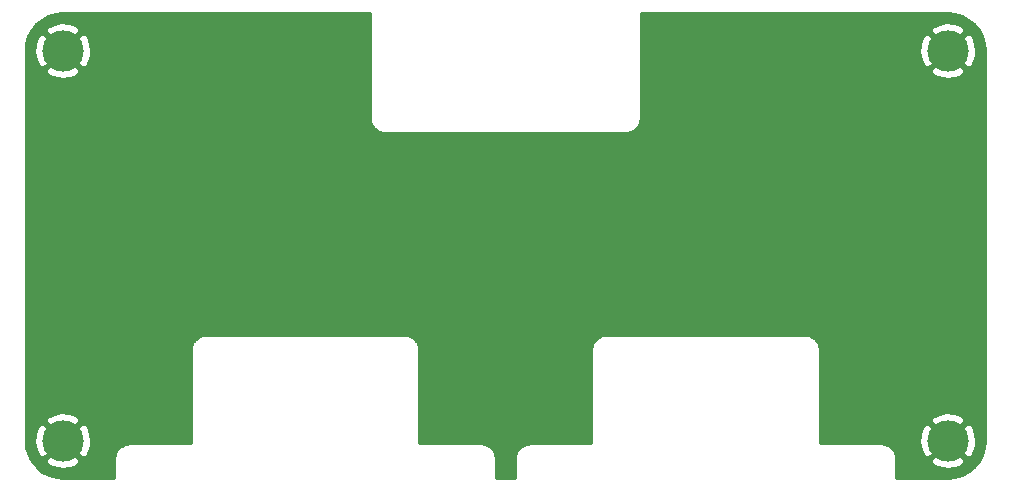
<source format=gbl>
%TF.GenerationSoftware,KiCad,Pcbnew,(5.1.8)-1*%
%TF.CreationDate,2021-01-11T00:39:06+01:00*%
%TF.ProjectId,CPC464 Splitter Faceplate A1,43504334-3634-4205-9370-6c6974746572,rev?*%
%TF.SameCoordinates,Original*%
%TF.FileFunction,Copper,L2,Bot*%
%TF.FilePolarity,Positive*%
%FSLAX46Y46*%
G04 Gerber Fmt 4.6, Leading zero omitted, Abs format (unit mm)*
G04 Created by KiCad (PCBNEW (5.1.8)-1) date 2021-01-11 00:39:06*
%MOMM*%
%LPD*%
G01*
G04 APERTURE LIST*
%TA.AperFunction,ComponentPad*%
%ADD10C,3.500000*%
%TD*%
%TA.AperFunction,Conductor*%
%ADD11C,0.254000*%
%TD*%
%TA.AperFunction,Conductor*%
%ADD12C,0.100000*%
%TD*%
G04 APERTURE END LIST*
D10*
%TO.P,M1,1*%
%TO.N,Net-(M1-Pad1)*%
X102235000Y-108585000D03*
%TD*%
%TO.P,M2,1*%
%TO.N,Net-(M1-Pad1)*%
X177165000Y-75565000D03*
%TD*%
%TO.P,M3,1*%
%TO.N,Net-(M1-Pad1)*%
X102235000Y-75565000D03*
%TD*%
%TO.P,M4,1*%
%TO.N,Net-(M1-Pad1)*%
X177165000Y-108585000D03*
%TD*%
D11*
%TO.N,Net-(M1-Pad1)*%
X128244513Y-72415666D02*
X128245001Y-72420310D01*
X128245000Y-81312418D01*
X128247758Y-81340419D01*
X128247731Y-81344255D01*
X128248631Y-81353426D01*
X128261586Y-81476677D01*
X128273615Y-81535274D01*
X128284822Y-81594028D01*
X128287486Y-81602850D01*
X128324133Y-81721238D01*
X128347308Y-81776368D01*
X128369722Y-81831847D01*
X128374049Y-81839983D01*
X128432992Y-81948998D01*
X128466437Y-81998582D01*
X128499197Y-82048645D01*
X128505022Y-82055786D01*
X128584018Y-82151276D01*
X128626467Y-82193430D01*
X128668315Y-82236165D01*
X128675416Y-82242039D01*
X128771455Y-82320367D01*
X128821281Y-82353472D01*
X128870638Y-82387267D01*
X128878744Y-82391650D01*
X128988167Y-82449832D01*
X129043459Y-82472621D01*
X129098455Y-82496193D01*
X129107258Y-82498918D01*
X129225899Y-82534737D01*
X129284583Y-82546357D01*
X129343094Y-82558794D01*
X129352250Y-82559756D01*
X129352255Y-82559757D01*
X129352259Y-82559757D01*
X129475597Y-82571850D01*
X129475598Y-82571850D01*
X129507581Y-82575000D01*
X149892419Y-82575000D01*
X149920419Y-82572242D01*
X149924255Y-82572269D01*
X149933426Y-82571369D01*
X150056677Y-82558414D01*
X150115274Y-82546385D01*
X150174028Y-82535178D01*
X150182850Y-82532514D01*
X150301238Y-82495867D01*
X150356368Y-82472692D01*
X150411847Y-82450278D01*
X150419983Y-82445951D01*
X150528998Y-82387008D01*
X150578582Y-82353563D01*
X150628645Y-82320803D01*
X150635786Y-82314978D01*
X150731276Y-82235982D01*
X150773430Y-82193533D01*
X150816165Y-82151685D01*
X150822039Y-82144584D01*
X150900367Y-82048545D01*
X150933472Y-81998719D01*
X150967267Y-81949362D01*
X150971650Y-81941256D01*
X151029832Y-81831833D01*
X151052621Y-81776541D01*
X151076193Y-81721545D01*
X151078918Y-81712742D01*
X151114737Y-81594101D01*
X151126359Y-81535408D01*
X151138794Y-81476906D01*
X151139756Y-81467750D01*
X151139757Y-81467745D01*
X151139757Y-81467741D01*
X151151850Y-81344403D01*
X151151850Y-81344402D01*
X151155000Y-81312419D01*
X151155000Y-77234609D01*
X175674997Y-77234609D01*
X175861073Y-77575766D01*
X176278409Y-77791513D01*
X176729815Y-77921696D01*
X177197946Y-77961313D01*
X177664811Y-77908842D01*
X178112468Y-77766297D01*
X178468927Y-77575766D01*
X178655003Y-77234609D01*
X177165000Y-75744605D01*
X175674997Y-77234609D01*
X151155000Y-77234609D01*
X151155000Y-75597946D01*
X174768687Y-75597946D01*
X174821158Y-76064811D01*
X174963703Y-76512468D01*
X175154234Y-76868927D01*
X175495391Y-77055003D01*
X176985395Y-75565000D01*
X177344605Y-75565000D01*
X178834609Y-77055003D01*
X179175766Y-76868927D01*
X179391513Y-76451591D01*
X179521696Y-76000185D01*
X179561313Y-75532054D01*
X179508842Y-75065189D01*
X179366297Y-74617532D01*
X179175766Y-74261073D01*
X178834609Y-74074997D01*
X177344605Y-75565000D01*
X176985395Y-75565000D01*
X175495391Y-74074997D01*
X175154234Y-74261073D01*
X174938487Y-74678409D01*
X174808304Y-75129815D01*
X174768687Y-75597946D01*
X151155000Y-75597946D01*
X151155000Y-73895391D01*
X175674997Y-73895391D01*
X177165000Y-75385395D01*
X178655003Y-73895391D01*
X178468927Y-73554234D01*
X178051591Y-73338487D01*
X177600185Y-73208304D01*
X177132054Y-73168687D01*
X176665189Y-73221158D01*
X176217532Y-73363703D01*
X175861073Y-73554234D01*
X175674997Y-73895391D01*
X151155000Y-73895391D01*
X151155000Y-72422275D01*
X151155666Y-72415487D01*
X151160301Y-72415000D01*
X177132721Y-72415000D01*
X177776222Y-72478096D01*
X178364164Y-72655606D01*
X178906436Y-72943937D01*
X179382364Y-73332094D01*
X179773845Y-73805314D01*
X180065951Y-74345552D01*
X180247563Y-74932244D01*
X180315000Y-75573879D01*
X180315001Y-108552711D01*
X180251904Y-109196221D01*
X180074394Y-109784164D01*
X179786063Y-110326436D01*
X179397906Y-110802364D01*
X178924686Y-111193845D01*
X178384449Y-111485950D01*
X177797756Y-111667563D01*
X177156130Y-111735000D01*
X172815775Y-111735000D01*
X172808987Y-111734335D01*
X172808500Y-111729699D01*
X172808500Y-110254609D01*
X175674997Y-110254609D01*
X175861073Y-110595766D01*
X176278409Y-110811513D01*
X176729815Y-110941696D01*
X177197946Y-110981313D01*
X177664811Y-110928842D01*
X178112468Y-110786297D01*
X178468927Y-110595766D01*
X178655003Y-110254609D01*
X177165000Y-108764605D01*
X175674997Y-110254609D01*
X172808500Y-110254609D01*
X172808500Y-110076581D01*
X172805742Y-110048581D01*
X172805769Y-110044745D01*
X172804869Y-110035574D01*
X172791914Y-109912323D01*
X172779887Y-109853733D01*
X172768678Y-109794971D01*
X172766014Y-109786149D01*
X172729367Y-109667762D01*
X172706192Y-109612632D01*
X172683778Y-109557153D01*
X172679451Y-109549017D01*
X172620507Y-109440002D01*
X172587065Y-109390422D01*
X172554303Y-109340355D01*
X172548478Y-109333214D01*
X172469482Y-109237724D01*
X172427066Y-109195603D01*
X172385184Y-109152834D01*
X172378084Y-109146961D01*
X172282045Y-109068633D01*
X172232203Y-109035518D01*
X172182862Y-109001733D01*
X172174756Y-108997350D01*
X172065332Y-108939168D01*
X172010054Y-108916384D01*
X171955045Y-108892807D01*
X171946241Y-108890082D01*
X171827601Y-108854262D01*
X171768872Y-108842633D01*
X171710405Y-108830206D01*
X171701247Y-108829244D01*
X171701244Y-108829243D01*
X171701241Y-108829243D01*
X171577902Y-108817150D01*
X171545919Y-108814000D01*
X166338775Y-108814000D01*
X166331987Y-108813335D01*
X166331500Y-108808699D01*
X166331500Y-108617946D01*
X174768687Y-108617946D01*
X174821158Y-109084811D01*
X174963703Y-109532468D01*
X175154234Y-109888927D01*
X175495391Y-110075003D01*
X176985395Y-108585000D01*
X177344605Y-108585000D01*
X178834609Y-110075003D01*
X179175766Y-109888927D01*
X179391513Y-109471591D01*
X179521696Y-109020185D01*
X179561313Y-108552054D01*
X179508842Y-108085189D01*
X179366297Y-107637532D01*
X179175766Y-107281073D01*
X178834609Y-107094997D01*
X177344605Y-108585000D01*
X176985395Y-108585000D01*
X175495391Y-107094997D01*
X175154234Y-107281073D01*
X174938487Y-107698409D01*
X174808304Y-108149815D01*
X174768687Y-108617946D01*
X166331500Y-108617946D01*
X166331500Y-106915391D01*
X175674997Y-106915391D01*
X177165000Y-108405395D01*
X178655003Y-106915391D01*
X178468927Y-106574234D01*
X178051591Y-106358487D01*
X177600185Y-106228304D01*
X177132054Y-106188687D01*
X176665189Y-106241158D01*
X176217532Y-106383703D01*
X175861073Y-106574234D01*
X175674997Y-106915391D01*
X166331500Y-106915391D01*
X166331500Y-100869081D01*
X166328742Y-100841081D01*
X166328769Y-100837245D01*
X166327869Y-100828074D01*
X166314914Y-100704823D01*
X166302887Y-100646233D01*
X166291678Y-100587471D01*
X166289014Y-100578649D01*
X166252367Y-100460262D01*
X166229192Y-100405132D01*
X166206778Y-100349653D01*
X166202451Y-100341517D01*
X166143507Y-100232502D01*
X166110065Y-100182922D01*
X166077303Y-100132855D01*
X166071478Y-100125714D01*
X165992482Y-100030224D01*
X165950066Y-99988103D01*
X165908184Y-99945334D01*
X165901084Y-99939461D01*
X165805045Y-99861133D01*
X165755203Y-99828018D01*
X165705862Y-99794233D01*
X165697756Y-99789850D01*
X165588332Y-99731668D01*
X165533054Y-99708884D01*
X165478045Y-99685307D01*
X165469241Y-99682582D01*
X165350601Y-99646762D01*
X165291872Y-99635133D01*
X165233405Y-99622706D01*
X165224247Y-99621744D01*
X165224244Y-99621743D01*
X165224241Y-99621743D01*
X165100902Y-99609650D01*
X165068919Y-99606500D01*
X148240081Y-99606500D01*
X148212081Y-99609258D01*
X148208245Y-99609231D01*
X148199074Y-99610131D01*
X148075823Y-99623086D01*
X148017233Y-99635113D01*
X147958471Y-99646322D01*
X147949649Y-99648986D01*
X147831262Y-99685633D01*
X147776132Y-99708808D01*
X147720653Y-99731222D01*
X147712517Y-99735549D01*
X147603502Y-99794493D01*
X147553922Y-99827935D01*
X147503855Y-99860697D01*
X147496714Y-99866522D01*
X147401224Y-99945518D01*
X147359103Y-99987934D01*
X147316334Y-100029816D01*
X147310461Y-100036916D01*
X147232133Y-100132955D01*
X147199018Y-100182797D01*
X147165233Y-100232138D01*
X147160850Y-100240244D01*
X147102668Y-100349668D01*
X147079884Y-100404946D01*
X147056307Y-100459955D01*
X147053582Y-100468759D01*
X147017762Y-100587399D01*
X147006141Y-100646092D01*
X146993706Y-100704595D01*
X146992744Y-100713753D01*
X146992744Y-100713754D01*
X146992743Y-100713759D01*
X146980650Y-100837098D01*
X146977500Y-100869082D01*
X146977501Y-108806715D01*
X146976835Y-108813513D01*
X146972199Y-108814000D01*
X141763081Y-108814000D01*
X141735081Y-108816758D01*
X141731245Y-108816731D01*
X141722074Y-108817631D01*
X141598823Y-108830586D01*
X141540233Y-108842613D01*
X141481471Y-108853822D01*
X141472649Y-108856486D01*
X141354262Y-108893133D01*
X141299132Y-108916308D01*
X141243653Y-108938722D01*
X141235517Y-108943049D01*
X141126502Y-109001993D01*
X141076922Y-109035435D01*
X141026855Y-109068197D01*
X141019714Y-109074022D01*
X140924224Y-109153018D01*
X140882103Y-109195434D01*
X140839334Y-109237316D01*
X140833461Y-109244416D01*
X140755133Y-109340455D01*
X140722018Y-109390297D01*
X140688233Y-109439638D01*
X140683850Y-109447744D01*
X140625668Y-109557168D01*
X140602890Y-109612432D01*
X140579307Y-109667455D01*
X140576582Y-109676259D01*
X140540762Y-109794899D01*
X140529141Y-109853592D01*
X140516706Y-109912095D01*
X140515744Y-109921253D01*
X140515744Y-109921254D01*
X140515743Y-109921259D01*
X140503650Y-110044598D01*
X140500500Y-110076582D01*
X140500501Y-111727716D01*
X140499835Y-111734513D01*
X140495199Y-111735000D01*
X138906775Y-111735000D01*
X138899987Y-111734335D01*
X138899500Y-111729699D01*
X138899500Y-110076581D01*
X138896742Y-110048581D01*
X138896769Y-110044745D01*
X138895869Y-110035574D01*
X138882914Y-109912323D01*
X138870887Y-109853733D01*
X138859678Y-109794971D01*
X138857014Y-109786149D01*
X138820367Y-109667762D01*
X138797192Y-109612632D01*
X138774778Y-109557153D01*
X138770451Y-109549017D01*
X138711507Y-109440002D01*
X138678065Y-109390422D01*
X138645303Y-109340355D01*
X138639478Y-109333214D01*
X138560482Y-109237724D01*
X138518066Y-109195603D01*
X138476184Y-109152834D01*
X138469084Y-109146961D01*
X138373045Y-109068633D01*
X138323203Y-109035518D01*
X138273862Y-109001733D01*
X138265756Y-108997350D01*
X138156332Y-108939168D01*
X138101054Y-108916384D01*
X138046045Y-108892807D01*
X138037241Y-108890082D01*
X137918601Y-108854262D01*
X137859872Y-108842633D01*
X137801405Y-108830206D01*
X137792247Y-108829244D01*
X137792244Y-108829243D01*
X137792241Y-108829243D01*
X137668902Y-108817150D01*
X137636919Y-108814000D01*
X132429775Y-108814000D01*
X132422987Y-108813335D01*
X132422500Y-108808699D01*
X132422500Y-100869081D01*
X132419742Y-100841081D01*
X132419769Y-100837245D01*
X132418869Y-100828074D01*
X132405914Y-100704823D01*
X132393887Y-100646233D01*
X132382678Y-100587471D01*
X132380014Y-100578649D01*
X132343367Y-100460262D01*
X132320192Y-100405132D01*
X132297778Y-100349653D01*
X132293451Y-100341517D01*
X132234507Y-100232502D01*
X132201065Y-100182922D01*
X132168303Y-100132855D01*
X132162478Y-100125714D01*
X132083482Y-100030224D01*
X132041066Y-99988103D01*
X131999184Y-99945334D01*
X131992084Y-99939461D01*
X131896045Y-99861133D01*
X131846203Y-99828018D01*
X131796862Y-99794233D01*
X131788756Y-99789850D01*
X131679332Y-99731668D01*
X131624054Y-99708884D01*
X131569045Y-99685307D01*
X131560241Y-99682582D01*
X131441601Y-99646762D01*
X131382872Y-99635133D01*
X131324405Y-99622706D01*
X131315247Y-99621744D01*
X131315244Y-99621743D01*
X131315241Y-99621743D01*
X131191902Y-99609650D01*
X131159919Y-99606500D01*
X114331081Y-99606500D01*
X114303081Y-99609258D01*
X114299245Y-99609231D01*
X114290074Y-99610131D01*
X114166823Y-99623086D01*
X114108233Y-99635113D01*
X114049471Y-99646322D01*
X114040649Y-99648986D01*
X113922262Y-99685633D01*
X113867132Y-99708808D01*
X113811653Y-99731222D01*
X113803517Y-99735549D01*
X113694502Y-99794493D01*
X113644922Y-99827935D01*
X113594855Y-99860697D01*
X113587714Y-99866522D01*
X113492224Y-99945518D01*
X113450103Y-99987934D01*
X113407334Y-100029816D01*
X113401461Y-100036916D01*
X113323133Y-100132955D01*
X113290018Y-100182797D01*
X113256233Y-100232138D01*
X113251850Y-100240244D01*
X113193668Y-100349668D01*
X113170884Y-100404946D01*
X113147307Y-100459955D01*
X113144582Y-100468759D01*
X113108762Y-100587399D01*
X113097141Y-100646092D01*
X113084706Y-100704595D01*
X113083744Y-100713753D01*
X113083744Y-100713754D01*
X113083743Y-100713759D01*
X113071650Y-100837098D01*
X113068500Y-100869082D01*
X113068501Y-108806715D01*
X113067835Y-108813513D01*
X113063199Y-108814000D01*
X107854081Y-108814000D01*
X107826081Y-108816758D01*
X107822245Y-108816731D01*
X107813074Y-108817631D01*
X107689823Y-108830586D01*
X107631233Y-108842613D01*
X107572471Y-108853822D01*
X107563649Y-108856486D01*
X107445262Y-108893133D01*
X107390132Y-108916308D01*
X107334653Y-108938722D01*
X107326517Y-108943049D01*
X107217502Y-109001993D01*
X107167922Y-109035435D01*
X107117855Y-109068197D01*
X107110714Y-109074022D01*
X107015224Y-109153018D01*
X106973103Y-109195434D01*
X106930334Y-109237316D01*
X106924461Y-109244416D01*
X106846133Y-109340455D01*
X106813018Y-109390297D01*
X106779233Y-109439638D01*
X106774850Y-109447744D01*
X106716668Y-109557168D01*
X106693890Y-109612432D01*
X106670307Y-109667455D01*
X106667582Y-109676259D01*
X106631762Y-109794899D01*
X106620141Y-109853592D01*
X106607706Y-109912095D01*
X106606744Y-109921253D01*
X106606744Y-109921254D01*
X106606743Y-109921259D01*
X106594650Y-110044598D01*
X106591500Y-110076582D01*
X106591501Y-111727716D01*
X106590835Y-111734513D01*
X106586199Y-111735000D01*
X102267279Y-111735000D01*
X101623779Y-111671904D01*
X101035836Y-111494394D01*
X100493564Y-111206063D01*
X100017636Y-110817906D01*
X99626155Y-110344686D01*
X99577451Y-110254609D01*
X100744997Y-110254609D01*
X100931073Y-110595766D01*
X101348409Y-110811513D01*
X101799815Y-110941696D01*
X102267946Y-110981313D01*
X102734811Y-110928842D01*
X103182468Y-110786297D01*
X103538927Y-110595766D01*
X103725003Y-110254609D01*
X102235000Y-108764605D01*
X100744997Y-110254609D01*
X99577451Y-110254609D01*
X99334050Y-109804449D01*
X99152437Y-109217756D01*
X99089395Y-108617946D01*
X99838687Y-108617946D01*
X99891158Y-109084811D01*
X100033703Y-109532468D01*
X100224234Y-109888927D01*
X100565391Y-110075003D01*
X102055395Y-108585000D01*
X102414605Y-108585000D01*
X103904609Y-110075003D01*
X104245766Y-109888927D01*
X104461513Y-109471591D01*
X104591696Y-109020185D01*
X104631313Y-108552054D01*
X104578842Y-108085189D01*
X104436297Y-107637532D01*
X104245766Y-107281073D01*
X103904609Y-107094997D01*
X102414605Y-108585000D01*
X102055395Y-108585000D01*
X100565391Y-107094997D01*
X100224234Y-107281073D01*
X100008487Y-107698409D01*
X99878304Y-108149815D01*
X99838687Y-108617946D01*
X99089395Y-108617946D01*
X99085000Y-108576130D01*
X99085000Y-106915391D01*
X100744997Y-106915391D01*
X102235000Y-108405395D01*
X103725003Y-106915391D01*
X103538927Y-106574234D01*
X103121591Y-106358487D01*
X102670185Y-106228304D01*
X102202054Y-106188687D01*
X101735189Y-106241158D01*
X101287532Y-106383703D01*
X100931073Y-106574234D01*
X100744997Y-106915391D01*
X99085000Y-106915391D01*
X99085000Y-77234609D01*
X100744997Y-77234609D01*
X100931073Y-77575766D01*
X101348409Y-77791513D01*
X101799815Y-77921696D01*
X102267946Y-77961313D01*
X102734811Y-77908842D01*
X103182468Y-77766297D01*
X103538927Y-77575766D01*
X103725003Y-77234609D01*
X102235000Y-75744605D01*
X100744997Y-77234609D01*
X99085000Y-77234609D01*
X99085000Y-75597946D01*
X99838687Y-75597946D01*
X99891158Y-76064811D01*
X100033703Y-76512468D01*
X100224234Y-76868927D01*
X100565391Y-77055003D01*
X102055395Y-75565000D01*
X102414605Y-75565000D01*
X103904609Y-77055003D01*
X104245766Y-76868927D01*
X104461513Y-76451591D01*
X104591696Y-76000185D01*
X104631313Y-75532054D01*
X104578842Y-75065189D01*
X104436297Y-74617532D01*
X104245766Y-74261073D01*
X103904609Y-74074997D01*
X102414605Y-75565000D01*
X102055395Y-75565000D01*
X100565391Y-74074997D01*
X100224234Y-74261073D01*
X100008487Y-74678409D01*
X99878304Y-75129815D01*
X99838687Y-75597946D01*
X99085000Y-75597946D01*
X99085000Y-75597279D01*
X99148096Y-74953778D01*
X99325606Y-74365836D01*
X99575745Y-73895391D01*
X100744997Y-73895391D01*
X102235000Y-75385395D01*
X103725003Y-73895391D01*
X103538927Y-73554234D01*
X103121591Y-73338487D01*
X102670185Y-73208304D01*
X102202054Y-73168687D01*
X101735189Y-73221158D01*
X101287532Y-73363703D01*
X100931073Y-73554234D01*
X100744997Y-73895391D01*
X99575745Y-73895391D01*
X99613937Y-73823564D01*
X100002094Y-73347636D01*
X100475314Y-72956155D01*
X101015552Y-72664049D01*
X101602244Y-72482437D01*
X102243879Y-72415000D01*
X128237725Y-72415000D01*
X128244513Y-72415666D01*
%TA.AperFunction,Conductor*%
D12*
G36*
X128244513Y-72415666D02*
G01*
X128245001Y-72420310D01*
X128245000Y-81312418D01*
X128247758Y-81340419D01*
X128247731Y-81344255D01*
X128248631Y-81353426D01*
X128261586Y-81476677D01*
X128273615Y-81535274D01*
X128284822Y-81594028D01*
X128287486Y-81602850D01*
X128324133Y-81721238D01*
X128347308Y-81776368D01*
X128369722Y-81831847D01*
X128374049Y-81839983D01*
X128432992Y-81948998D01*
X128466437Y-81998582D01*
X128499197Y-82048645D01*
X128505022Y-82055786D01*
X128584018Y-82151276D01*
X128626467Y-82193430D01*
X128668315Y-82236165D01*
X128675416Y-82242039D01*
X128771455Y-82320367D01*
X128821281Y-82353472D01*
X128870638Y-82387267D01*
X128878744Y-82391650D01*
X128988167Y-82449832D01*
X129043459Y-82472621D01*
X129098455Y-82496193D01*
X129107258Y-82498918D01*
X129225899Y-82534737D01*
X129284583Y-82546357D01*
X129343094Y-82558794D01*
X129352250Y-82559756D01*
X129352255Y-82559757D01*
X129352259Y-82559757D01*
X129475597Y-82571850D01*
X129475598Y-82571850D01*
X129507581Y-82575000D01*
X149892419Y-82575000D01*
X149920419Y-82572242D01*
X149924255Y-82572269D01*
X149933426Y-82571369D01*
X150056677Y-82558414D01*
X150115274Y-82546385D01*
X150174028Y-82535178D01*
X150182850Y-82532514D01*
X150301238Y-82495867D01*
X150356368Y-82472692D01*
X150411847Y-82450278D01*
X150419983Y-82445951D01*
X150528998Y-82387008D01*
X150578582Y-82353563D01*
X150628645Y-82320803D01*
X150635786Y-82314978D01*
X150731276Y-82235982D01*
X150773430Y-82193533D01*
X150816165Y-82151685D01*
X150822039Y-82144584D01*
X150900367Y-82048545D01*
X150933472Y-81998719D01*
X150967267Y-81949362D01*
X150971650Y-81941256D01*
X151029832Y-81831833D01*
X151052621Y-81776541D01*
X151076193Y-81721545D01*
X151078918Y-81712742D01*
X151114737Y-81594101D01*
X151126359Y-81535408D01*
X151138794Y-81476906D01*
X151139756Y-81467750D01*
X151139757Y-81467745D01*
X151139757Y-81467741D01*
X151151850Y-81344403D01*
X151151850Y-81344402D01*
X151155000Y-81312419D01*
X151155000Y-77234609D01*
X175674997Y-77234609D01*
X175861073Y-77575766D01*
X176278409Y-77791513D01*
X176729815Y-77921696D01*
X177197946Y-77961313D01*
X177664811Y-77908842D01*
X178112468Y-77766297D01*
X178468927Y-77575766D01*
X178655003Y-77234609D01*
X177165000Y-75744605D01*
X175674997Y-77234609D01*
X151155000Y-77234609D01*
X151155000Y-75597946D01*
X174768687Y-75597946D01*
X174821158Y-76064811D01*
X174963703Y-76512468D01*
X175154234Y-76868927D01*
X175495391Y-77055003D01*
X176985395Y-75565000D01*
X177344605Y-75565000D01*
X178834609Y-77055003D01*
X179175766Y-76868927D01*
X179391513Y-76451591D01*
X179521696Y-76000185D01*
X179561313Y-75532054D01*
X179508842Y-75065189D01*
X179366297Y-74617532D01*
X179175766Y-74261073D01*
X178834609Y-74074997D01*
X177344605Y-75565000D01*
X176985395Y-75565000D01*
X175495391Y-74074997D01*
X175154234Y-74261073D01*
X174938487Y-74678409D01*
X174808304Y-75129815D01*
X174768687Y-75597946D01*
X151155000Y-75597946D01*
X151155000Y-73895391D01*
X175674997Y-73895391D01*
X177165000Y-75385395D01*
X178655003Y-73895391D01*
X178468927Y-73554234D01*
X178051591Y-73338487D01*
X177600185Y-73208304D01*
X177132054Y-73168687D01*
X176665189Y-73221158D01*
X176217532Y-73363703D01*
X175861073Y-73554234D01*
X175674997Y-73895391D01*
X151155000Y-73895391D01*
X151155000Y-72422275D01*
X151155666Y-72415487D01*
X151160301Y-72415000D01*
X177132721Y-72415000D01*
X177776222Y-72478096D01*
X178364164Y-72655606D01*
X178906436Y-72943937D01*
X179382364Y-73332094D01*
X179773845Y-73805314D01*
X180065951Y-74345552D01*
X180247563Y-74932244D01*
X180315000Y-75573879D01*
X180315001Y-108552711D01*
X180251904Y-109196221D01*
X180074394Y-109784164D01*
X179786063Y-110326436D01*
X179397906Y-110802364D01*
X178924686Y-111193845D01*
X178384449Y-111485950D01*
X177797756Y-111667563D01*
X177156130Y-111735000D01*
X172815775Y-111735000D01*
X172808987Y-111734335D01*
X172808500Y-111729699D01*
X172808500Y-110254609D01*
X175674997Y-110254609D01*
X175861073Y-110595766D01*
X176278409Y-110811513D01*
X176729815Y-110941696D01*
X177197946Y-110981313D01*
X177664811Y-110928842D01*
X178112468Y-110786297D01*
X178468927Y-110595766D01*
X178655003Y-110254609D01*
X177165000Y-108764605D01*
X175674997Y-110254609D01*
X172808500Y-110254609D01*
X172808500Y-110076581D01*
X172805742Y-110048581D01*
X172805769Y-110044745D01*
X172804869Y-110035574D01*
X172791914Y-109912323D01*
X172779887Y-109853733D01*
X172768678Y-109794971D01*
X172766014Y-109786149D01*
X172729367Y-109667762D01*
X172706192Y-109612632D01*
X172683778Y-109557153D01*
X172679451Y-109549017D01*
X172620507Y-109440002D01*
X172587065Y-109390422D01*
X172554303Y-109340355D01*
X172548478Y-109333214D01*
X172469482Y-109237724D01*
X172427066Y-109195603D01*
X172385184Y-109152834D01*
X172378084Y-109146961D01*
X172282045Y-109068633D01*
X172232203Y-109035518D01*
X172182862Y-109001733D01*
X172174756Y-108997350D01*
X172065332Y-108939168D01*
X172010054Y-108916384D01*
X171955045Y-108892807D01*
X171946241Y-108890082D01*
X171827601Y-108854262D01*
X171768872Y-108842633D01*
X171710405Y-108830206D01*
X171701247Y-108829244D01*
X171701244Y-108829243D01*
X171701241Y-108829243D01*
X171577902Y-108817150D01*
X171545919Y-108814000D01*
X166338775Y-108814000D01*
X166331987Y-108813335D01*
X166331500Y-108808699D01*
X166331500Y-108617946D01*
X174768687Y-108617946D01*
X174821158Y-109084811D01*
X174963703Y-109532468D01*
X175154234Y-109888927D01*
X175495391Y-110075003D01*
X176985395Y-108585000D01*
X177344605Y-108585000D01*
X178834609Y-110075003D01*
X179175766Y-109888927D01*
X179391513Y-109471591D01*
X179521696Y-109020185D01*
X179561313Y-108552054D01*
X179508842Y-108085189D01*
X179366297Y-107637532D01*
X179175766Y-107281073D01*
X178834609Y-107094997D01*
X177344605Y-108585000D01*
X176985395Y-108585000D01*
X175495391Y-107094997D01*
X175154234Y-107281073D01*
X174938487Y-107698409D01*
X174808304Y-108149815D01*
X174768687Y-108617946D01*
X166331500Y-108617946D01*
X166331500Y-106915391D01*
X175674997Y-106915391D01*
X177165000Y-108405395D01*
X178655003Y-106915391D01*
X178468927Y-106574234D01*
X178051591Y-106358487D01*
X177600185Y-106228304D01*
X177132054Y-106188687D01*
X176665189Y-106241158D01*
X176217532Y-106383703D01*
X175861073Y-106574234D01*
X175674997Y-106915391D01*
X166331500Y-106915391D01*
X166331500Y-100869081D01*
X166328742Y-100841081D01*
X166328769Y-100837245D01*
X166327869Y-100828074D01*
X166314914Y-100704823D01*
X166302887Y-100646233D01*
X166291678Y-100587471D01*
X166289014Y-100578649D01*
X166252367Y-100460262D01*
X166229192Y-100405132D01*
X166206778Y-100349653D01*
X166202451Y-100341517D01*
X166143507Y-100232502D01*
X166110065Y-100182922D01*
X166077303Y-100132855D01*
X166071478Y-100125714D01*
X165992482Y-100030224D01*
X165950066Y-99988103D01*
X165908184Y-99945334D01*
X165901084Y-99939461D01*
X165805045Y-99861133D01*
X165755203Y-99828018D01*
X165705862Y-99794233D01*
X165697756Y-99789850D01*
X165588332Y-99731668D01*
X165533054Y-99708884D01*
X165478045Y-99685307D01*
X165469241Y-99682582D01*
X165350601Y-99646762D01*
X165291872Y-99635133D01*
X165233405Y-99622706D01*
X165224247Y-99621744D01*
X165224244Y-99621743D01*
X165224241Y-99621743D01*
X165100902Y-99609650D01*
X165068919Y-99606500D01*
X148240081Y-99606500D01*
X148212081Y-99609258D01*
X148208245Y-99609231D01*
X148199074Y-99610131D01*
X148075823Y-99623086D01*
X148017233Y-99635113D01*
X147958471Y-99646322D01*
X147949649Y-99648986D01*
X147831262Y-99685633D01*
X147776132Y-99708808D01*
X147720653Y-99731222D01*
X147712517Y-99735549D01*
X147603502Y-99794493D01*
X147553922Y-99827935D01*
X147503855Y-99860697D01*
X147496714Y-99866522D01*
X147401224Y-99945518D01*
X147359103Y-99987934D01*
X147316334Y-100029816D01*
X147310461Y-100036916D01*
X147232133Y-100132955D01*
X147199018Y-100182797D01*
X147165233Y-100232138D01*
X147160850Y-100240244D01*
X147102668Y-100349668D01*
X147079884Y-100404946D01*
X147056307Y-100459955D01*
X147053582Y-100468759D01*
X147017762Y-100587399D01*
X147006141Y-100646092D01*
X146993706Y-100704595D01*
X146992744Y-100713753D01*
X146992744Y-100713754D01*
X146992743Y-100713759D01*
X146980650Y-100837098D01*
X146977500Y-100869082D01*
X146977501Y-108806715D01*
X146976835Y-108813513D01*
X146972199Y-108814000D01*
X141763081Y-108814000D01*
X141735081Y-108816758D01*
X141731245Y-108816731D01*
X141722074Y-108817631D01*
X141598823Y-108830586D01*
X141540233Y-108842613D01*
X141481471Y-108853822D01*
X141472649Y-108856486D01*
X141354262Y-108893133D01*
X141299132Y-108916308D01*
X141243653Y-108938722D01*
X141235517Y-108943049D01*
X141126502Y-109001993D01*
X141076922Y-109035435D01*
X141026855Y-109068197D01*
X141019714Y-109074022D01*
X140924224Y-109153018D01*
X140882103Y-109195434D01*
X140839334Y-109237316D01*
X140833461Y-109244416D01*
X140755133Y-109340455D01*
X140722018Y-109390297D01*
X140688233Y-109439638D01*
X140683850Y-109447744D01*
X140625668Y-109557168D01*
X140602890Y-109612432D01*
X140579307Y-109667455D01*
X140576582Y-109676259D01*
X140540762Y-109794899D01*
X140529141Y-109853592D01*
X140516706Y-109912095D01*
X140515744Y-109921253D01*
X140515744Y-109921254D01*
X140515743Y-109921259D01*
X140503650Y-110044598D01*
X140500500Y-110076582D01*
X140500501Y-111727716D01*
X140499835Y-111734513D01*
X140495199Y-111735000D01*
X138906775Y-111735000D01*
X138899987Y-111734335D01*
X138899500Y-111729699D01*
X138899500Y-110076581D01*
X138896742Y-110048581D01*
X138896769Y-110044745D01*
X138895869Y-110035574D01*
X138882914Y-109912323D01*
X138870887Y-109853733D01*
X138859678Y-109794971D01*
X138857014Y-109786149D01*
X138820367Y-109667762D01*
X138797192Y-109612632D01*
X138774778Y-109557153D01*
X138770451Y-109549017D01*
X138711507Y-109440002D01*
X138678065Y-109390422D01*
X138645303Y-109340355D01*
X138639478Y-109333214D01*
X138560482Y-109237724D01*
X138518066Y-109195603D01*
X138476184Y-109152834D01*
X138469084Y-109146961D01*
X138373045Y-109068633D01*
X138323203Y-109035518D01*
X138273862Y-109001733D01*
X138265756Y-108997350D01*
X138156332Y-108939168D01*
X138101054Y-108916384D01*
X138046045Y-108892807D01*
X138037241Y-108890082D01*
X137918601Y-108854262D01*
X137859872Y-108842633D01*
X137801405Y-108830206D01*
X137792247Y-108829244D01*
X137792244Y-108829243D01*
X137792241Y-108829243D01*
X137668902Y-108817150D01*
X137636919Y-108814000D01*
X132429775Y-108814000D01*
X132422987Y-108813335D01*
X132422500Y-108808699D01*
X132422500Y-100869081D01*
X132419742Y-100841081D01*
X132419769Y-100837245D01*
X132418869Y-100828074D01*
X132405914Y-100704823D01*
X132393887Y-100646233D01*
X132382678Y-100587471D01*
X132380014Y-100578649D01*
X132343367Y-100460262D01*
X132320192Y-100405132D01*
X132297778Y-100349653D01*
X132293451Y-100341517D01*
X132234507Y-100232502D01*
X132201065Y-100182922D01*
X132168303Y-100132855D01*
X132162478Y-100125714D01*
X132083482Y-100030224D01*
X132041066Y-99988103D01*
X131999184Y-99945334D01*
X131992084Y-99939461D01*
X131896045Y-99861133D01*
X131846203Y-99828018D01*
X131796862Y-99794233D01*
X131788756Y-99789850D01*
X131679332Y-99731668D01*
X131624054Y-99708884D01*
X131569045Y-99685307D01*
X131560241Y-99682582D01*
X131441601Y-99646762D01*
X131382872Y-99635133D01*
X131324405Y-99622706D01*
X131315247Y-99621744D01*
X131315244Y-99621743D01*
X131315241Y-99621743D01*
X131191902Y-99609650D01*
X131159919Y-99606500D01*
X114331081Y-99606500D01*
X114303081Y-99609258D01*
X114299245Y-99609231D01*
X114290074Y-99610131D01*
X114166823Y-99623086D01*
X114108233Y-99635113D01*
X114049471Y-99646322D01*
X114040649Y-99648986D01*
X113922262Y-99685633D01*
X113867132Y-99708808D01*
X113811653Y-99731222D01*
X113803517Y-99735549D01*
X113694502Y-99794493D01*
X113644922Y-99827935D01*
X113594855Y-99860697D01*
X113587714Y-99866522D01*
X113492224Y-99945518D01*
X113450103Y-99987934D01*
X113407334Y-100029816D01*
X113401461Y-100036916D01*
X113323133Y-100132955D01*
X113290018Y-100182797D01*
X113256233Y-100232138D01*
X113251850Y-100240244D01*
X113193668Y-100349668D01*
X113170884Y-100404946D01*
X113147307Y-100459955D01*
X113144582Y-100468759D01*
X113108762Y-100587399D01*
X113097141Y-100646092D01*
X113084706Y-100704595D01*
X113083744Y-100713753D01*
X113083744Y-100713754D01*
X113083743Y-100713759D01*
X113071650Y-100837098D01*
X113068500Y-100869082D01*
X113068501Y-108806715D01*
X113067835Y-108813513D01*
X113063199Y-108814000D01*
X107854081Y-108814000D01*
X107826081Y-108816758D01*
X107822245Y-108816731D01*
X107813074Y-108817631D01*
X107689823Y-108830586D01*
X107631233Y-108842613D01*
X107572471Y-108853822D01*
X107563649Y-108856486D01*
X107445262Y-108893133D01*
X107390132Y-108916308D01*
X107334653Y-108938722D01*
X107326517Y-108943049D01*
X107217502Y-109001993D01*
X107167922Y-109035435D01*
X107117855Y-109068197D01*
X107110714Y-109074022D01*
X107015224Y-109153018D01*
X106973103Y-109195434D01*
X106930334Y-109237316D01*
X106924461Y-109244416D01*
X106846133Y-109340455D01*
X106813018Y-109390297D01*
X106779233Y-109439638D01*
X106774850Y-109447744D01*
X106716668Y-109557168D01*
X106693890Y-109612432D01*
X106670307Y-109667455D01*
X106667582Y-109676259D01*
X106631762Y-109794899D01*
X106620141Y-109853592D01*
X106607706Y-109912095D01*
X106606744Y-109921253D01*
X106606744Y-109921254D01*
X106606743Y-109921259D01*
X106594650Y-110044598D01*
X106591500Y-110076582D01*
X106591501Y-111727716D01*
X106590835Y-111734513D01*
X106586199Y-111735000D01*
X102267279Y-111735000D01*
X101623779Y-111671904D01*
X101035836Y-111494394D01*
X100493564Y-111206063D01*
X100017636Y-110817906D01*
X99626155Y-110344686D01*
X99577451Y-110254609D01*
X100744997Y-110254609D01*
X100931073Y-110595766D01*
X101348409Y-110811513D01*
X101799815Y-110941696D01*
X102267946Y-110981313D01*
X102734811Y-110928842D01*
X103182468Y-110786297D01*
X103538927Y-110595766D01*
X103725003Y-110254609D01*
X102235000Y-108764605D01*
X100744997Y-110254609D01*
X99577451Y-110254609D01*
X99334050Y-109804449D01*
X99152437Y-109217756D01*
X99089395Y-108617946D01*
X99838687Y-108617946D01*
X99891158Y-109084811D01*
X100033703Y-109532468D01*
X100224234Y-109888927D01*
X100565391Y-110075003D01*
X102055395Y-108585000D01*
X102414605Y-108585000D01*
X103904609Y-110075003D01*
X104245766Y-109888927D01*
X104461513Y-109471591D01*
X104591696Y-109020185D01*
X104631313Y-108552054D01*
X104578842Y-108085189D01*
X104436297Y-107637532D01*
X104245766Y-107281073D01*
X103904609Y-107094997D01*
X102414605Y-108585000D01*
X102055395Y-108585000D01*
X100565391Y-107094997D01*
X100224234Y-107281073D01*
X100008487Y-107698409D01*
X99878304Y-108149815D01*
X99838687Y-108617946D01*
X99089395Y-108617946D01*
X99085000Y-108576130D01*
X99085000Y-106915391D01*
X100744997Y-106915391D01*
X102235000Y-108405395D01*
X103725003Y-106915391D01*
X103538927Y-106574234D01*
X103121591Y-106358487D01*
X102670185Y-106228304D01*
X102202054Y-106188687D01*
X101735189Y-106241158D01*
X101287532Y-106383703D01*
X100931073Y-106574234D01*
X100744997Y-106915391D01*
X99085000Y-106915391D01*
X99085000Y-77234609D01*
X100744997Y-77234609D01*
X100931073Y-77575766D01*
X101348409Y-77791513D01*
X101799815Y-77921696D01*
X102267946Y-77961313D01*
X102734811Y-77908842D01*
X103182468Y-77766297D01*
X103538927Y-77575766D01*
X103725003Y-77234609D01*
X102235000Y-75744605D01*
X100744997Y-77234609D01*
X99085000Y-77234609D01*
X99085000Y-75597946D01*
X99838687Y-75597946D01*
X99891158Y-76064811D01*
X100033703Y-76512468D01*
X100224234Y-76868927D01*
X100565391Y-77055003D01*
X102055395Y-75565000D01*
X102414605Y-75565000D01*
X103904609Y-77055003D01*
X104245766Y-76868927D01*
X104461513Y-76451591D01*
X104591696Y-76000185D01*
X104631313Y-75532054D01*
X104578842Y-75065189D01*
X104436297Y-74617532D01*
X104245766Y-74261073D01*
X103904609Y-74074997D01*
X102414605Y-75565000D01*
X102055395Y-75565000D01*
X100565391Y-74074997D01*
X100224234Y-74261073D01*
X100008487Y-74678409D01*
X99878304Y-75129815D01*
X99838687Y-75597946D01*
X99085000Y-75597946D01*
X99085000Y-75597279D01*
X99148096Y-74953778D01*
X99325606Y-74365836D01*
X99575745Y-73895391D01*
X100744997Y-73895391D01*
X102235000Y-75385395D01*
X103725003Y-73895391D01*
X103538927Y-73554234D01*
X103121591Y-73338487D01*
X102670185Y-73208304D01*
X102202054Y-73168687D01*
X101735189Y-73221158D01*
X101287532Y-73363703D01*
X100931073Y-73554234D01*
X100744997Y-73895391D01*
X99575745Y-73895391D01*
X99613937Y-73823564D01*
X100002094Y-73347636D01*
X100475314Y-72956155D01*
X101015552Y-72664049D01*
X101602244Y-72482437D01*
X102243879Y-72415000D01*
X128237725Y-72415000D01*
X128244513Y-72415666D01*
G37*
%TD.AperFunction*%
%TD*%
M02*

</source>
